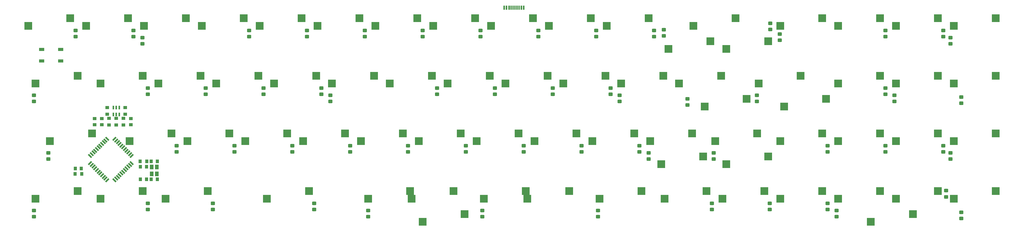
<source format=gbp>
G04 #@! TF.GenerationSoftware,KiCad,Pcbnew,(5.99.0-10161-g3a96736b1f)*
G04 #@! TF.CreationDate,2021-06-27T22:24:53+03:00*
G04 #@! TF.ProjectId,lyra_alpha,6c797261-5f61-46c7-9068-612e6b696361,rev?*
G04 #@! TF.SameCoordinates,Original*
G04 #@! TF.FileFunction,Paste,Bot*
G04 #@! TF.FilePolarity,Positive*
%FSLAX46Y46*%
G04 Gerber Fmt 4.6, Leading zero omitted, Abs format (unit mm)*
G04 Created by KiCad (PCBNEW (5.99.0-10161-g3a96736b1f)) date 2021-06-27 22:24:53*
%MOMM*%
%LPD*%
G01*
G04 APERTURE LIST*
G04 Aperture macros list*
%AMRoundRect*
0 Rectangle with rounded corners*
0 $1 Rounding radius*
0 $2 $3 $4 $5 $6 $7 $8 $9 X,Y pos of 4 corners*
0 Add a 4 corners polygon primitive as box body*
4,1,4,$2,$3,$4,$5,$6,$7,$8,$9,$2,$3,0*
0 Add four circle primitives for the rounded corners*
1,1,$1+$1,$2,$3*
1,1,$1+$1,$4,$5*
1,1,$1+$1,$6,$7*
1,1,$1+$1,$8,$9*
0 Add four rect primitives between the rounded corners*
20,1,$1+$1,$2,$3,$4,$5,0*
20,1,$1+$1,$4,$5,$6,$7,0*
20,1,$1+$1,$6,$7,$8,$9,0*
20,1,$1+$1,$8,$9,$2,$3,0*%
%AMRotRect*
0 Rectangle, with rotation*
0 The origin of the aperture is its center*
0 $1 length*
0 $2 width*
0 $3 Rotation angle, in degrees counterclockwise*
0 Add horizontal line*
21,1,$1,$2,0,0,$3*%
G04 Aperture macros list end*
%ADD10R,2.550000X2.500000*%
%ADD11R,1.700000X1.000000*%
%ADD12R,1.300000X1.000000*%
%ADD13R,0.600000X1.450000*%
%ADD14R,0.300000X1.450000*%
%ADD15R,0.600000X1.200000*%
%ADD16RoundRect,0.250000X0.450000X-0.325000X0.450000X0.325000X-0.450000X0.325000X-0.450000X-0.325000X0*%
%ADD17R,1.250000X1.000000*%
%ADD18R,1.000000X1.300000*%
%ADD19R,1.000000X1.250000*%
%ADD20R,1.300000X1.500000*%
%ADD21RotRect,1.500000X0.550000X225.000000*%
%ADD22RotRect,1.500000X0.550000X135.000000*%
%ADD23RoundRect,0.250000X-0.450000X0.325000X-0.450000X-0.325000X0.450000X-0.325000X0.450000X0.325000X0*%
G04 APERTURE END LIST*
D10*
X284896000Y-118745000D03*
X271046000Y-121285000D03*
X96777500Y-61595000D03*
X82927500Y-64135000D03*
X134878000Y-61595000D03*
X121028000Y-64135000D03*
X172978000Y-61595000D03*
X159128000Y-64135000D03*
X211078000Y-61595000D03*
X197228000Y-64135000D03*
X249178000Y-61595000D03*
X235328000Y-64135000D03*
X287278000Y-61595000D03*
X273428000Y-64135000D03*
X312798000Y-71755000D03*
X326648000Y-69215000D03*
X363478000Y-61595000D03*
X349628000Y-64135000D03*
X401578000Y-61595000D03*
X387728000Y-64135000D03*
X99158800Y-80645000D03*
X85308800Y-83185000D03*
X139640000Y-80645000D03*
X125790000Y-83185000D03*
X177740000Y-80645000D03*
X163890000Y-83185000D03*
X253940000Y-80645000D03*
X240090000Y-83185000D03*
X292040000Y-80645000D03*
X278190000Y-83185000D03*
X337284000Y-80645000D03*
X323434000Y-83185000D03*
X363478000Y-80645000D03*
X349628000Y-83185000D03*
X401578000Y-80645000D03*
X387728000Y-83185000D03*
X103921200Y-99695000D03*
X90071200Y-102235000D03*
X149165000Y-99695000D03*
X135315000Y-102235000D03*
X187265000Y-99695000D03*
X173415000Y-102235000D03*
X225365000Y-99695000D03*
X211515000Y-102235000D03*
X263465000Y-99695000D03*
X249615000Y-102235000D03*
X301565000Y-99695000D03*
X287715000Y-102235000D03*
X344428000Y-99695000D03*
X330578000Y-102235000D03*
X363478000Y-99695000D03*
X349628000Y-102235000D03*
X401578000Y-99695000D03*
X387728000Y-102235000D03*
X99158800Y-118745000D03*
X85308800Y-121285000D03*
X142021000Y-118745000D03*
X128171000Y-121285000D03*
X331848000Y-90805000D03*
X345698000Y-88265000D03*
X208696000Y-118745000D03*
X194846000Y-121285000D03*
X246796000Y-118745000D03*
X232946000Y-121285000D03*
X325378000Y-118745000D03*
X311528000Y-121285000D03*
X363478000Y-118745000D03*
X349628000Y-121285000D03*
X401578000Y-118745000D03*
X387728000Y-121285000D03*
X115828000Y-61595000D03*
X101978000Y-64135000D03*
X153928000Y-61595000D03*
X140078000Y-64135000D03*
X192028000Y-61595000D03*
X178178000Y-64135000D03*
X230128000Y-61595000D03*
X216278000Y-64135000D03*
X268228000Y-61595000D03*
X254378000Y-64135000D03*
X293748000Y-71755000D03*
X307598000Y-69215000D03*
X344428000Y-61595000D03*
X330578000Y-64135000D03*
X382528000Y-61595000D03*
X368678000Y-64135000D03*
X360422000Y-128905000D03*
X374272000Y-126365000D03*
X120590000Y-80645000D03*
X106740000Y-83185000D03*
X158690000Y-80645000D03*
X144840000Y-83185000D03*
X196790000Y-80645000D03*
X182940000Y-83185000D03*
X234890000Y-80645000D03*
X221040000Y-83185000D03*
X272990000Y-80645000D03*
X259140000Y-83185000D03*
X311090000Y-80645000D03*
X297240000Y-83185000D03*
X305654000Y-90805000D03*
X319504000Y-88265000D03*
X382528000Y-80645000D03*
X368678000Y-83185000D03*
X291366000Y-109855000D03*
X305216000Y-107315000D03*
X130115000Y-99695000D03*
X116265000Y-102235000D03*
X168215000Y-99695000D03*
X154365000Y-102235000D03*
X206315000Y-99695000D03*
X192465000Y-102235000D03*
X244415000Y-99695000D03*
X230565000Y-102235000D03*
X282515000Y-99695000D03*
X268665000Y-102235000D03*
X322996000Y-99695000D03*
X309146000Y-102235000D03*
X315852000Y-61595000D03*
X302002000Y-64135000D03*
X382528000Y-99695000D03*
X368678000Y-102235000D03*
X312798000Y-109855000D03*
X326648000Y-107315000D03*
X120590000Y-118745000D03*
X106740000Y-121285000D03*
X175359000Y-118745000D03*
X161509000Y-121285000D03*
X222984000Y-118745000D03*
X209134000Y-121285000D03*
X212785000Y-128905000D03*
X226635000Y-126365000D03*
X261084000Y-118745000D03*
X247234000Y-121285000D03*
X306328000Y-118745000D03*
X292478000Y-121285000D03*
X344428000Y-118745000D03*
X330578000Y-121285000D03*
X382528000Y-118745000D03*
X368678000Y-121285000D03*
X215840000Y-80645000D03*
X201990000Y-83185000D03*
D11*
X93637500Y-71918800D03*
X87337500Y-71918800D03*
X93637500Y-75718800D03*
X87337500Y-75718800D03*
D12*
X109538000Y-96936900D03*
X109538000Y-94736900D03*
D13*
X239663000Y-58137170D03*
X240438000Y-58137170D03*
D14*
X241138000Y-58137170D03*
X241638000Y-58137170D03*
X242138000Y-58137170D03*
X242638000Y-58137170D03*
X243138000Y-58137170D03*
X243638000Y-58137170D03*
X244138000Y-58137170D03*
X244638000Y-58137170D03*
D13*
X245338000Y-58137170D03*
X246113000Y-58137170D03*
D12*
X111919000Y-96945300D03*
X111919000Y-94745300D03*
X114300000Y-94745300D03*
X114300000Y-96945300D03*
X114895000Y-91173500D03*
X114895000Y-93373500D03*
D15*
X110969000Y-91123500D03*
X111919000Y-91123500D03*
X112869000Y-91123500D03*
X112869000Y-93423500D03*
X111919000Y-93423500D03*
X110969000Y-93423500D03*
D12*
X108942000Y-93373500D03*
X108942000Y-91173500D03*
D16*
X270533000Y-127231000D03*
X270533000Y-125181000D03*
D17*
X116681000Y-96845300D03*
X116681000Y-94845300D03*
D18*
X98317200Y-113109000D03*
X100517200Y-113109000D03*
D19*
X98417200Y-111323000D03*
X100417200Y-111323000D03*
D17*
X104775000Y-94845300D03*
X104775000Y-96845300D03*
D19*
X121848000Y-114895000D03*
X119848000Y-114895000D03*
D17*
X107156000Y-94845300D03*
X107156000Y-96845300D03*
D19*
X125420000Y-114895000D03*
X123420000Y-114895000D03*
D20*
X123570000Y-113069000D03*
X125270000Y-110769000D03*
X123570000Y-110769000D03*
X125270000Y-113069000D03*
D19*
X125420000Y-108942000D03*
X123420000Y-108942000D03*
D18*
X119748000Y-108942000D03*
X121948000Y-108942000D03*
D21*
X111335082Y-101488064D03*
X111900767Y-102053750D03*
X112466452Y-102619435D03*
X113032138Y-103185120D03*
X113597823Y-103750806D03*
X114163509Y-104316491D03*
X114729194Y-104882177D03*
X115294880Y-105447862D03*
X115860565Y-106013548D03*
X116426250Y-106579233D03*
X116991936Y-107144918D03*
D22*
X116991936Y-109549082D03*
X116426250Y-110114767D03*
X115860565Y-110680452D03*
X115294880Y-111246138D03*
X114729194Y-111811823D03*
X114163509Y-112377509D03*
X113597823Y-112943194D03*
X113032138Y-113508880D03*
X112466452Y-114074565D03*
X111900767Y-114640250D03*
X111335082Y-115205936D03*
D21*
X108930918Y-115205936D03*
X108365233Y-114640250D03*
X107799548Y-114074565D03*
X107233862Y-113508880D03*
X106668177Y-112943194D03*
X106102491Y-112377509D03*
X105536806Y-111811823D03*
X104971120Y-111246138D03*
X104405435Y-110680452D03*
X103839750Y-110114767D03*
X103274064Y-109549082D03*
D22*
X103274064Y-107144918D03*
X103839750Y-106579233D03*
X104405435Y-106013548D03*
X104971120Y-105447862D03*
X105536806Y-104882177D03*
X106102491Y-104316491D03*
X106668177Y-103750806D03*
X107233862Y-103185120D03*
X107799548Y-102619435D03*
X108365233Y-102053750D03*
X108930918Y-101488064D03*
D19*
X121848000Y-110728000D03*
X119848000Y-110728000D03*
D16*
X330399000Y-68890600D03*
X330399000Y-66840600D03*
X98487500Y-67700000D03*
X98487500Y-65650000D03*
X120514000Y-70081200D03*
X120514000Y-68031200D03*
X174688000Y-67700000D03*
X174688000Y-65650000D03*
X212788000Y-67700000D03*
X212788000Y-65650000D03*
X250888000Y-67700000D03*
X250888000Y-65650000D03*
X288988000Y-67700000D03*
X288988000Y-65650000D03*
D23*
X327254000Y-63268800D03*
X327254000Y-65318800D03*
D16*
X365188000Y-67700000D03*
X365188000Y-65650000D03*
X386618000Y-70081200D03*
X386618000Y-68031200D03*
X84795300Y-89131200D03*
X84795300Y-87081200D03*
X141350000Y-86750000D03*
X141350000Y-84700000D03*
X179450000Y-86750000D03*
X179450000Y-84700000D03*
X217550000Y-86750000D03*
X217550000Y-84700000D03*
X255650000Y-86750000D03*
X255650000Y-84700000D03*
X277676000Y-89131200D03*
X277676000Y-87081200D03*
X322920000Y-89131200D03*
X322920000Y-87081200D03*
X365188000Y-86750000D03*
X365188000Y-84700000D03*
X390190000Y-89726500D03*
X390190000Y-87676500D03*
X89557800Y-108181000D03*
X89557800Y-106131000D03*
X150875000Y-105800000D03*
X150875000Y-103750000D03*
X188975000Y-105800000D03*
X188975000Y-103750000D03*
X227075000Y-105800000D03*
X227075000Y-103750000D03*
X265175000Y-105800000D03*
X265175000Y-103750000D03*
X287202000Y-108181000D03*
X287202000Y-106131000D03*
X346138000Y-105800000D03*
X346138000Y-103750000D03*
X365188000Y-105800000D03*
X365188000Y-103750000D03*
X386618000Y-108181000D03*
X386618000Y-106131000D03*
X84795300Y-127231000D03*
X84795300Y-125181000D03*
X143731000Y-124850000D03*
X143731000Y-122800000D03*
X194846000Y-127231000D03*
X194846000Y-125181000D03*
X232433000Y-127231000D03*
X232433000Y-125181000D03*
X327088000Y-124850000D03*
X327088000Y-122800000D03*
X349114000Y-127231000D03*
X349114000Y-125181000D03*
D23*
X390190000Y-125777000D03*
X390190000Y-127827000D03*
D16*
X117538000Y-67700000D03*
X117538000Y-65650000D03*
X155638000Y-67700000D03*
X155638000Y-65650000D03*
X193738000Y-67700000D03*
X193738000Y-65650000D03*
X231838000Y-67700000D03*
X231838000Y-65650000D03*
X269938000Y-67700000D03*
X269938000Y-65650000D03*
D23*
X292247000Y-65428300D03*
X292247000Y-67478300D03*
D16*
X384238000Y-67700000D03*
X384238000Y-65650000D03*
X122300000Y-86750000D03*
X122300000Y-84700000D03*
X160400000Y-86750000D03*
X160400000Y-84700000D03*
X182427000Y-89131200D03*
X182427000Y-87081200D03*
X236600000Y-86750000D03*
X236600000Y-84700000D03*
X274700000Y-86750000D03*
X274700000Y-84700000D03*
X300038000Y-90321900D03*
X300038000Y-88271900D03*
X368164000Y-89131200D03*
X368164000Y-87081200D03*
X131825000Y-105800000D03*
X131825000Y-103750000D03*
X169925000Y-105800000D03*
X169925000Y-103750000D03*
X208025000Y-105800000D03*
X208025000Y-103750000D03*
X246125000Y-105800000D03*
X246125000Y-103750000D03*
X284225000Y-105800000D03*
X284225000Y-103750000D03*
X308633000Y-108181000D03*
X308633000Y-106131000D03*
X384238000Y-105800000D03*
X384238000Y-103750000D03*
X122300000Y-124850000D03*
X122300000Y-122800000D03*
X177069000Y-124850000D03*
X177069000Y-122800000D03*
X308038000Y-124850000D03*
X308038000Y-122800000D03*
X346138000Y-124850000D03*
X346138000Y-122800000D03*
X385167000Y-120683000D03*
X385167000Y-118633000D03*
M02*

</source>
